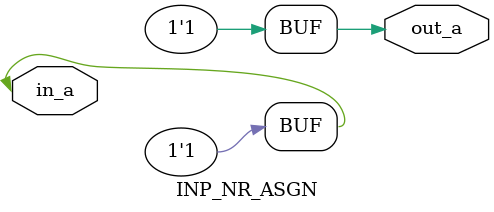
<source format=v>
module INP_NR_ASGN (in_a, out_a);
   input in_a;
   output reg out_a;
   assign in_a = 1'b1;
   always @(in_a) 
   out_a = in_a;
endmodule


</source>
